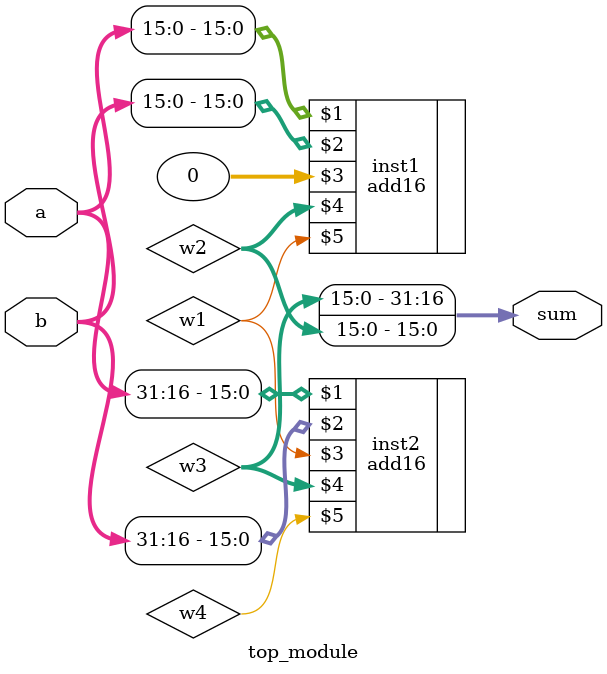
<source format=v>
module top_module(
    input [31:0] a,
    input [31:0] b,
    output [31:0] sum
);
    wire w1, w4;
    wire [15:0] w2, w3;
    add16 inst1(a[15:0], b[15:0], 0, w2, w1);
    add16 inst2(a[31:16], b[31:16], w1, w3, w4);
    assign sum = {w3, w2};
endmodule

</source>
